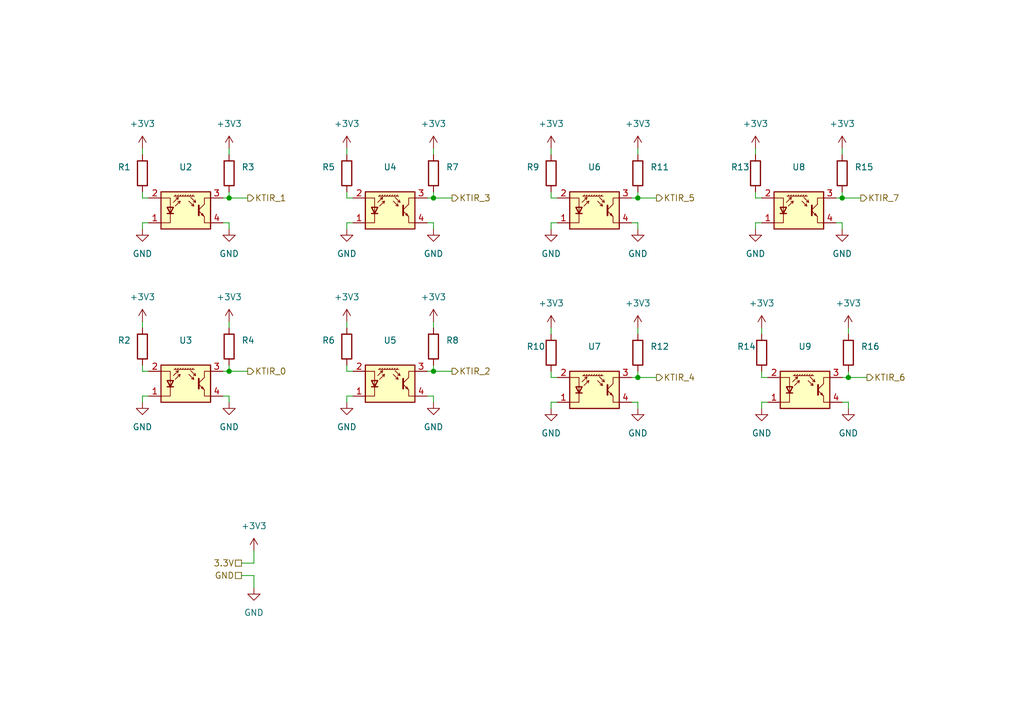
<source format=kicad_sch>
(kicad_sch (version 20211123) (generator eeschema)
  (paper "A5")
  (title_block (title "LINE DETECTOR") (comment 1 "Based on KTIR0711S") (comment 2 "Analog output"))
  (lib_symbols
    (symbol "Device:R" (pin_numbers hide) (pin_names (offset 0))
      (property "Reference" "R" (at 2.032 0 90))
      (property "Value" "R" (at 0 0 90))
      (symbol "R_0_1"
        (rectangle (start -1.016 -2.54) (end 1.016 2.54) (stroke (width 0.254)))
      )
      (symbol "R_1_1"
        (pin passive line (at 0 3.81 270) (length 1.27) (name "~") (number "1"))
        (pin passive line (at 0 -3.81 90) (length 1.27) (name "~") (number "2"))
      )
    )
    (symbol "Sensor_Proximity:BPR-105" (pin_names (offset 0.0254) hide)
      (property "Reference" "U" (at -5.08 5.08 0))
      (property "Value" "BPR-105" (at 7.62 5.08 0))
      (symbol "BPR-105_0_1"
        (polyline (pts (xy -3.81 -0.635) (xy -2.54 -0.635)) (stroke (width 0.254)))
        (polyline (pts (xy -2.286 2.921) (xy -2.032 3.175)))
        (polyline (pts (xy -1.778 2.921) (xy -1.524 3.175)))
        (polyline (pts (xy -1.524 2.667) (xy -1.651 2.159)))
        (polyline (pts (xy -1.27 2.921) (xy -1.016 3.175)))
        (polyline (pts (xy -1.143 1.905) (xy -1.27 1.397)))
        (polyline (pts (xy -0.762 2.921) (xy -0.508 3.175)))
        (polyline (pts (xy -0.254 2.921) (xy 0 3.175)))
        (polyline (pts (xy 0.254 2.921) (xy 0.508 3.175)))
        (polyline (pts (xy 0.762 2.921) (xy 1.016 3.175)))
        (polyline (pts (xy 1.27 2.921) (xy 1.524 3.175)))
        (polyline (pts (xy 1.651 0.889) (xy 1.143 1.016)))
        (polyline (pts (xy 1.778 2.921) (xy -2.413 2.921)))
        (polyline (pts (xy 2.032 1.651) (xy 1.524 1.778)))
        (polyline (pts (xy 2.667 -0.127) (xy 3.81 -1.27)))
        (polyline (pts (xy 2.667 0.127) (xy 3.81 1.27)))
        (polyline (pts (xy -2.54 1.651) (xy -1.524 2.667) (xy -2.032 2.54)))
        (polyline (pts (xy -2.159 0.889) (xy -1.143 1.905) (xy -1.651 1.778)))
        (polyline (pts (xy 0.635 1.905) (xy 1.651 0.889) (xy 1.524 1.397)))
        (polyline (pts (xy 1.016 2.667) (xy 2.032 1.651) (xy 1.905 2.159)))
        (polyline (pts (xy 2.667 1.016) (xy 2.667 -1.016) (xy 2.667 -1.016)) (stroke (width 0.3556)))
        (polyline (pts (xy 3.81 -1.27) (xy 3.81 -2.54) (xy 5.08 -2.54)))
        (polyline (pts (xy 3.81 1.27) (xy 3.81 2.54) (xy 5.08 2.54)))
        (polyline (pts (xy -5.08 -2.54) (xy -3.175 -2.54) (xy -3.175 2.54) (xy -5.08 2.54)))
        (polyline (pts (xy -3.175 -0.635) (xy -3.81 0.635) (xy -2.54 0.635) (xy -3.175 -0.635)) (stroke (width 0.254)))
        (polyline (pts (xy 3.683 -1.143) (xy 3.429 -0.635) (xy 3.175 -0.889) (xy 3.683 -1.143)))
        (polyline (pts (xy -5.08 -3.81) (xy 5.08 -3.81) (xy 5.08 3.81) (xy -5.08 3.81) (xy -5.08 -3.81)) (stroke (width 0.254)) (fill (type background)))
      )
      (symbol "BPR-105_1_1"
        (pin passive line (at -7.62 -2.54 0) (length 2.54) (name "K") (number "1"))
        (pin passive line (at -7.62 2.54 0) (length 2.54) (name "A") (number "2"))
        (pin open_collector line (at 7.62 2.54 180) (length 2.54) (name "C") (number "3"))
        (pin open_emitter line (at 7.62 -2.54 180) (length 2.54) (name "E") (number "4"))
      )
    )
    (symbol "power:+3.3V" (power) (pin_names (offset 0))
      (property "Value" "+3.3V" (at 0 3.556 0))
      (symbol "+3.3V_0_1"
        (polyline (pts (xy -0.762 1.27) (xy 0 2.54)))
        (polyline (pts (xy 0 0) (xy 0 2.54)))
        (polyline (pts (xy 0 2.54) (xy 0.762 1.27)))
      )
      (symbol "+3.3V_1_1"
        (pin power_in line (at 0 0 90) (length 0) hide (name "+3V3") (number "1"))
      )
    )
    (symbol "power:GND" (power) (pin_names (offset 0))
      (property "Value" "GND" (at 0 -3.81 0))
      (symbol "GND_0_1"
        (polyline (pts (xy 0 0) (xy 0 -1.27) (xy 1.27 -1.27) (xy 0 -2.54) (xy -1.27 -1.27) (xy 0 -1.27)))
      )
      (symbol "GND_1_1"
        (pin power_in line (at 0 0 270) (length 0) hide (name "GND") (number "1"))
      )
    )
  )
  (junction (at 46.99 76.2))
  (junction (at 173.99 77.47))
  (junction (at 130.81 77.47))
  (junction (at 172.72 40.64))
  (junction (at 130.81 40.64))
  (junction (at 46.99 40.64))
  (junction (at 88.9 40.64))
  (junction (at 88.9 76.2))
  (wire (pts (xy 88.9 76.2) (xy 92.71 76.2)))
  (wire (pts (xy 172.72 39.37) (xy 172.72 40.64)))
  (wire (pts (xy 113.03 30.48) (xy 113.03 31.75)))
  (wire (pts (xy 173.99 83.82) (xy 173.99 82.55)))
  (wire (pts (xy 71.12 76.2) (xy 71.12 74.93)))
  (wire (pts (xy 52.07 115.57) (xy 49.53 115.57)))
  (wire (pts (xy 173.99 82.55) (xy 172.72 82.55)))
  (wire (pts (xy 29.21 66.04) (xy 29.21 67.31)))
  (wire (pts (xy 88.9 39.37) (xy 88.9 40.64)))
  (wire (pts (xy 29.21 76.2) (xy 29.21 74.93)))
  (wire (pts (xy 157.48 77.47) (xy 156.21 77.47)))
  (wire (pts (xy 114.3 77.47) (xy 113.03 77.47)))
  (wire (pts (xy 130.81 40.64) (xy 134.62 40.64)))
  (wire (pts (xy 46.99 82.55) (xy 46.99 81.28)))
  (wire (pts (xy 173.99 67.31) (xy 173.99 68.58)))
  (wire (pts (xy 156.21 82.55) (xy 157.48 82.55)))
  (wire (pts (xy 172.72 40.64) (xy 171.45 40.64)))
  (wire (pts (xy 46.99 76.2) (xy 50.8 76.2)))
  (wire (pts (xy 46.99 40.64) (xy 45.72 40.64)))
  (wire (pts (xy 130.81 76.2) (xy 130.81 77.47)))
  (wire (pts (xy 29.21 45.72) (xy 30.48 45.72)))
  (wire (pts (xy 88.9 82.55) (xy 88.9 81.28)))
  (wire (pts (xy 30.48 76.2) (xy 29.21 76.2)))
  (wire (pts (xy 130.81 30.48) (xy 130.81 31.75)))
  (wire (pts (xy 29.21 46.99) (xy 29.21 45.72)))
  (wire (pts (xy 154.94 46.99) (xy 154.94 45.72)))
  (wire (pts (xy 71.12 81.28) (xy 72.39 81.28)))
  (wire (pts (xy 113.03 67.31) (xy 113.03 68.58)))
  (wire (pts (xy 46.99 40.64) (xy 50.8 40.64)))
  (wire (pts (xy 113.03 83.82) (xy 113.03 82.55)))
  (wire (pts (xy 154.94 30.48) (xy 154.94 31.75)))
  (wire (pts (xy 156.21 77.47) (xy 156.21 76.2)))
  (wire (pts (xy 88.9 76.2) (xy 87.63 76.2)))
  (wire (pts (xy 113.03 77.47) (xy 113.03 76.2)))
  (wire (pts (xy 71.12 82.55) (xy 71.12 81.28)))
  (wire (pts (xy 88.9 74.93) (xy 88.9 76.2)))
  (wire (pts (xy 72.39 40.64) (xy 71.12 40.64)))
  (wire (pts (xy 88.9 40.64) (xy 87.63 40.64)))
  (wire (pts (xy 71.12 66.04) (xy 71.12 67.31)))
  (wire (pts (xy 172.72 40.64) (xy 176.53 40.64)))
  (wire (pts (xy 173.99 76.2) (xy 173.99 77.47)))
  (wire (pts (xy 46.99 30.48) (xy 46.99 31.75)))
  (wire (pts (xy 130.81 77.47) (xy 129.54 77.47)))
  (wire (pts (xy 88.9 45.72) (xy 87.63 45.72)))
  (wire (pts (xy 130.81 46.99) (xy 130.81 45.72)))
  (wire (pts (xy 52.07 118.11) (xy 49.53 118.11)))
  (wire (pts (xy 172.72 45.72) (xy 171.45 45.72)))
  (wire (pts (xy 29.21 81.28) (xy 30.48 81.28)))
  (wire (pts (xy 156.21 40.64) (xy 154.94 40.64)))
  (wire (pts (xy 114.3 40.64) (xy 113.03 40.64)))
  (wire (pts (xy 88.9 46.99) (xy 88.9 45.72)))
  (wire (pts (xy 30.48 40.64) (xy 29.21 40.64)))
  (wire (pts (xy 46.99 74.93) (xy 46.99 76.2)))
  (wire (pts (xy 88.9 40.64) (xy 92.71 40.64)))
  (wire (pts (xy 29.21 82.55) (xy 29.21 81.28)))
  (wire (pts (xy 71.12 46.99) (xy 71.12 45.72)))
  (wire (pts (xy 46.99 76.2) (xy 45.72 76.2)))
  (wire (pts (xy 130.81 83.82) (xy 130.81 82.55)))
  (wire (pts (xy 52.07 113.03) (xy 52.07 115.57)))
  (wire (pts (xy 130.81 45.72) (xy 129.54 45.72)))
  (wire (pts (xy 130.81 67.31) (xy 130.81 68.58)))
  (wire (pts (xy 71.12 30.48) (xy 71.12 31.75)))
  (wire (pts (xy 173.99 77.47) (xy 172.72 77.47)))
  (wire (pts (xy 88.9 66.04) (xy 88.9 67.31)))
  (wire (pts (xy 46.99 66.04) (xy 46.99 67.31)))
  (wire (pts (xy 46.99 46.99) (xy 46.99 45.72)))
  (wire (pts (xy 113.03 45.72) (xy 114.3 45.72)))
  (wire (pts (xy 172.72 46.99) (xy 172.72 45.72)))
  (wire (pts (xy 130.81 39.37) (xy 130.81 40.64)))
  (wire (pts (xy 88.9 30.48) (xy 88.9 31.75)))
  (wire (pts (xy 154.94 45.72) (xy 156.21 45.72)))
  (wire (pts (xy 72.39 76.2) (xy 71.12 76.2)))
  (wire (pts (xy 71.12 45.72) (xy 72.39 45.72)))
  (wire (pts (xy 154.94 40.64) (xy 154.94 39.37)))
  (wire (pts (xy 113.03 46.99) (xy 113.03 45.72)))
  (wire (pts (xy 130.81 82.55) (xy 129.54 82.55)))
  (wire (pts (xy 88.9 81.28) (xy 87.63 81.28)))
  (wire (pts (xy 46.99 45.72) (xy 45.72 45.72)))
  (wire (pts (xy 130.81 77.47) (xy 134.62 77.47)))
  (wire (pts (xy 71.12 40.64) (xy 71.12 39.37)))
  (wire (pts (xy 46.99 39.37) (xy 46.99 40.64)))
  (wire (pts (xy 113.03 82.55) (xy 114.3 82.55)))
  (wire (pts (xy 46.99 81.28) (xy 45.72 81.28)))
  (wire (pts (xy 29.21 30.48) (xy 29.21 31.75)))
  (wire (pts (xy 156.21 83.82) (xy 156.21 82.55)))
  (wire (pts (xy 156.21 67.31) (xy 156.21 68.58)))
  (wire (pts (xy 130.81 40.64) (xy 129.54 40.64)))
  (wire (pts (xy 172.72 30.48) (xy 172.72 31.75)))
  (wire (pts (xy 52.07 120.65) (xy 52.07 118.11)))
  (wire (pts (xy 113.03 40.64) (xy 113.03 39.37)))
  (wire (pts (xy 173.99 77.47) (xy 177.8 77.47)))
  (wire (pts (xy 29.21 40.64) (xy 29.21 39.37)))
  (hierarchical_label "KTIR_1" (shape output) (at 50.8 40.64 0))
  (hierarchical_label "KTIR_0" (shape output) (at 50.8 76.2 0))
  (hierarchical_label "KTIR_5" (shape output) (at 134.62 40.64 0))
  (hierarchical_label "GND" (shape passive) (at 49.53 118.11 180))
  (hierarchical_label "3.3V" (shape passive) (at 49.53 115.57 180))
  (hierarchical_label "KTIR_7" (shape output) (at 176.53 40.64 0))
  (hierarchical_label "KTIR_4" (shape output) (at 134.62 77.47 0))
  (hierarchical_label "KTIR_6" (shape output) (at 177.8 77.47 0))
  (hierarchical_label "KTIR_2" (shape output) (at 92.71 76.2 0))
  (hierarchical_label "KTIR_3" (shape output) (at 92.71 40.64 0))
  (symbol (lib_id "power:+3.3V") (at 173.99 67.31 0) (unit 1)
    (property "Reference" "#PWR037" (effects hide))
  )
  (symbol (lib_id "Device:R") (at 172.72 35.56 180) (unit 1)
    (property "Reference" "R15" (at 175.26 34.29 0) (effects (justify right)))
  )
  (symbol (lib_id "power:+3.3V") (at 88.9 66.04 0) (unit 1)
    (property "Reference" "#PWR021" (effects hide))
  )
  (symbol (lib_id "Device:R") (at 156.21 72.39 180) (unit 1)
    (property "Reference" "R14" (at 151.13 71.12 0) (effects (justify right)))
  )
  (symbol (lib_id "power:GND") (at 29.21 82.55 0) (unit 1)
    (property "Reference" "#PWR08" (effects hide))
  )
  (symbol (lib_id "Sensor_Proximity:BPR-105") (at 38.1 78.74 0) (unit 1)
    (property "Reference" "U3" (at 38.1 69.85 0))
    (property "Datasheet" "http://www.ystone.com.tw/en/data/goods/IRPT/Photo%20Interrupters-Reflective%20Type.pdf" (effects hide))
  )
  (symbol (lib_id "power:+3.3V") (at 46.99 30.48 0) (unit 1)
    (property "Reference" "#PWR09" (effects hide))
  )
  (symbol (lib_id "Sensor_Proximity:BPR-105") (at 38.1 43.18 0) (unit 1)
    (property "Reference" "U2" (at 38.1 34.29 0))
    (property "Datasheet" "http://www.ystone.com.tw/en/data/goods/IRPT/Photo%20Interrupters-Reflective%20Type.pdf" (effects hide))
  )
  (symbol (lib_id "power:+3.3V") (at 29.21 30.48 0) (unit 1)
    (property "Reference" "#PWR05" (effects hide))
  )
  (symbol (lib_id "power:GND") (at 113.03 83.82 0) (unit 1)
    (property "Reference" "#PWR026" (effects hide))
  )
  (symbol (lib_id "Device:R") (at 71.12 71.12 180) (unit 1)
    (property "Reference" "R6" (at 66.04 69.85 0) (effects (justify right)))
  )
  (symbol (lib_id "power:+3.3V") (at 172.72 30.48 0) (unit 1)
    (property "Reference" "#PWR035" (effects hide))
  )
  (symbol (lib_id "Device:R") (at 46.99 71.12 180) (unit 1)
    (property "Reference" "R4" (at 49.53 69.85 0) (effects (justify right)))
  )
  (symbol (lib_id "Sensor_Proximity:BPR-105") (at 165.1 80.01 0) (unit 1)
    (property "Reference" "U9" (at 165.1 71.12 0))
    (property "Datasheet" "http://www.ystone.com.tw/en/data/goods/IRPT/Photo%20Interrupters-Reflective%20Type.pdf" (effects hide))
  )
  (symbol (lib_id "Device:R") (at 29.21 35.56 180) (unit 1)
    (property "Reference" "R1" (at 24.13 34.29 0) (effects (justify right)))
  )
  (symbol (lib_id "power:+3.3V") (at 130.81 67.31 0) (unit 1)
    (property "Reference" "#PWR029" (effects hide))
  )
  (symbol (lib_id "power:GND") (at 46.99 46.99 0) (unit 1)
    (property "Reference" "#PWR010" (effects hide))
  )
  (symbol (lib_id "power:GND") (at 29.21 46.99 0) (unit 1)
    (property "Reference" "#PWR06" (effects hide))
  )
  (symbol (lib_id "power:+3.3V") (at 29.21 66.04 0) (unit 1)
    (property "Reference" "#PWR07" (effects hide))
  )
  (symbol (lib_id "Device:R") (at 29.21 71.12 180) (unit 1)
    (property "Reference" "R2" (at 24.13 69.85 0) (effects (justify right)))
  )
  (symbol (lib_id "power:+3.3V") (at 46.99 66.04 0) (unit 1)
    (property "Reference" "#PWR011" (effects hide))
  )
  (symbol (lib_id "power:+3.3V") (at 113.03 67.31 0) (unit 1)
    (property "Reference" "#PWR025" (effects hide))
  )
  (symbol (lib_id "power:+3.3V") (at 71.12 66.04 0) (unit 1)
    (property "Reference" "#PWR017" (effects hide))
  )
  (symbol (lib_id "power:GND") (at 154.94 46.99 0) (unit 1)
    (property "Reference" "#PWR032" (effects hide))
  )
  (symbol (lib_id "power:GND") (at 173.99 83.82 0) (unit 1)
    (property "Reference" "#PWR038" (effects hide))
  )
  (symbol (lib_id "power:+3.3V") (at 88.9 30.48 0) (unit 1)
    (property "Reference" "#PWR019" (effects hide))
  )
  (symbol (lib_id "power:+3.3V") (at 154.94 30.48 0) (unit 1)
    (property "Reference" "#PWR031" (effects hide))
  )
  (symbol (lib_id "power:GND") (at 113.03 46.99 0) (unit 1)
    (property "Reference" "#PWR024" (effects hide))
  )
  (symbol (lib_id "Device:R") (at 113.03 72.39 180) (unit 1)
    (property "Reference" "R10" (at 107.95 71.12 0) (effects (justify right)))
  )
  (symbol (lib_id "power:GND") (at 71.12 82.55 0) (unit 1)
    (property "Reference" "#PWR018" (effects hide))
  )
  (symbol (lib_id "power:+3.3V") (at 52.07 113.03 0) (unit 1)
    (property "Reference" "#PWR013" (effects hide))
  )
  (symbol (lib_id "power:+3.3V") (at 130.81 30.48 0) (unit 1)
    (property "Reference" "#PWR027" (effects hide))
  )
  (symbol (lib_id "Device:R") (at 71.12 35.56 180) (unit 1)
    (property "Reference" "R5" (at 66.04 34.29 0) (effects (justify right)))
  )
  (symbol (lib_id "power:GND") (at 130.81 46.99 0) (unit 1)
    (property "Reference" "#PWR028" (effects hide))
  )
  (symbol (lib_id "power:+3.3V") (at 156.21 67.31 0) (unit 1)
    (property "Reference" "#PWR033" (effects hide))
  )
  (symbol (lib_id "Device:R") (at 154.94 35.56 180) (unit 1)
    (property "Reference" "R13" (at 149.86 34.29 0) (effects (justify right)))
  )
  (symbol (lib_id "Sensor_Proximity:BPR-105") (at 80.01 78.74 0) (unit 1)
    (property "Reference" "U5" (at 80.01 69.85 0))
    (property "Datasheet" "http://www.ystone.com.tw/en/data/goods/IRPT/Photo%20Interrupters-Reflective%20Type.pdf" (effects hide))
  )
  (symbol (lib_id "power:GND") (at 156.21 83.82 0) (unit 1)
    (property "Reference" "#PWR034" (effects hide))
  )
  (symbol (lib_id "power:+3.3V") (at 113.03 30.48 0) (unit 1)
    (property "Reference" "#PWR023" (effects hide))
  )
  (symbol (lib_id "power:GND") (at 52.07 120.65 0) (unit 1)
    (property "Reference" "#PWR014" (effects hide))
  )
  (symbol (lib_id "power:+3.3V") (at 71.12 30.48 0) (unit 1)
    (property "Reference" "#PWR015" (effects hide))
  )
  (symbol (lib_id "Device:R") (at 88.9 35.56 180) (unit 1)
    (property "Reference" "R7" (at 91.44 34.29 0) (effects (justify right)))
  )
  (symbol (lib_id "Device:R") (at 130.81 72.39 180) (unit 1)
    (property "Reference" "R12" (at 133.35 71.12 0) (effects (justify right)))
  )
  (symbol (lib_id "Sensor_Proximity:BPR-105") (at 121.92 43.18 0) (unit 1)
    (property "Reference" "U6" (at 121.92 34.29 0))
    (property "Datasheet" "http://www.ystone.com.tw/en/data/goods/IRPT/Photo%20Interrupters-Reflective%20Type.pdf" (effects hide))
  )
  (symbol (lib_id "Device:R") (at 113.03 35.56 180) (unit 1)
    (property "Reference" "R9" (at 107.95 34.29 0) (effects (justify right)))
  )
  (symbol (lib_id "power:GND") (at 46.99 82.55 0) (unit 1)
    (property "Reference" "#PWR012" (effects hide))
  )
  (symbol (lib_id "Sensor_Proximity:BPR-105") (at 80.01 43.18 0) (unit 1)
    (property "Reference" "U4" (at 80.01 34.29 0))
    (property "Datasheet" "http://www.ystone.com.tw/en/data/goods/IRPT/Photo%20Interrupters-Reflective%20Type.pdf" (effects hide))
  )
  (symbol (lib_id "Device:R") (at 173.99 72.39 180) (unit 1)
    (property "Reference" "R16" (at 176.53 71.12 0) (effects (justify right)))
  )
  (symbol (lib_id "power:GND") (at 88.9 82.55 0) (unit 1)
    (property "Reference" "#PWR022" (effects hide))
  )
  (symbol (lib_id "power:GND") (at 71.12 46.99 0) (unit 1)
    (property "Reference" "#PWR016" (effects hide))
  )
  (symbol (lib_id "Sensor_Proximity:BPR-105") (at 121.92 80.01 0) (unit 1)
    (property "Reference" "U7" (at 121.92 71.12 0))
    (property "Datasheet" "http://www.ystone.com.tw/en/data/goods/IRPT/Photo%20Interrupters-Reflective%20Type.pdf" (effects hide))
  )
  (symbol (lib_id "Sensor_Proximity:BPR-105") (at 163.83 43.18 0) (unit 1)
    (property "Reference" "U8" (at 163.83 34.29 0))
    (property "Datasheet" "http://www.ystone.com.tw/en/data/goods/IRPT/Photo%20Interrupters-Reflective%20Type.pdf" (effects hide))
  )
  (symbol (lib_id "power:GND") (at 172.72 46.99 0) (unit 1)
    (property "Reference" "#PWR036" (effects hide))
  )
  (symbol (lib_id "Device:R") (at 46.99 35.56 180) (unit 1)
    (property "Reference" "R3" (at 49.53 34.29 0) (effects (justify right)))
  )
  (symbol (lib_id "power:GND") (at 88.9 46.99 0) (unit 1)
    (property "Reference" "#PWR020" (effects hide))
  )
  (symbol (lib_id "power:GND") (at 130.81 83.82 0) (unit 1)
    (property "Reference" "#PWR030" (effects hide))
  )
  (symbol (lib_id "Device:R") (at 130.81 35.56 180) (unit 1)
    (property "Reference" "R11" (at 133.35 34.29 0) (effects (justify right)))
  )
  (symbol (lib_id "Device:R") (at 88.9 71.12 180) (unit 1)
    (property "Reference" "R8" (at 91.44 69.85 0) (effects (justify right)))
  )
)
</source>
